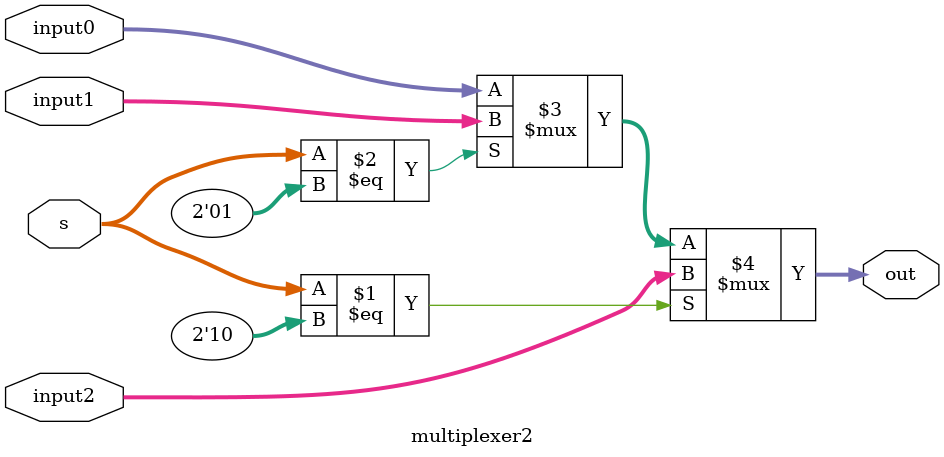
<source format=v>
module multiplexer2 #(parameter Width = 32)(input0,input1,input2,s,out);
 input [Width-1 : 0] input0,input1,input2;
 input  [1:0] s;
 output [Width-1 : 0] out;
assign out = (s == 2'b10) ? input2 : (s == 2'b01) ? input1 : input0;
endmodule
</source>
